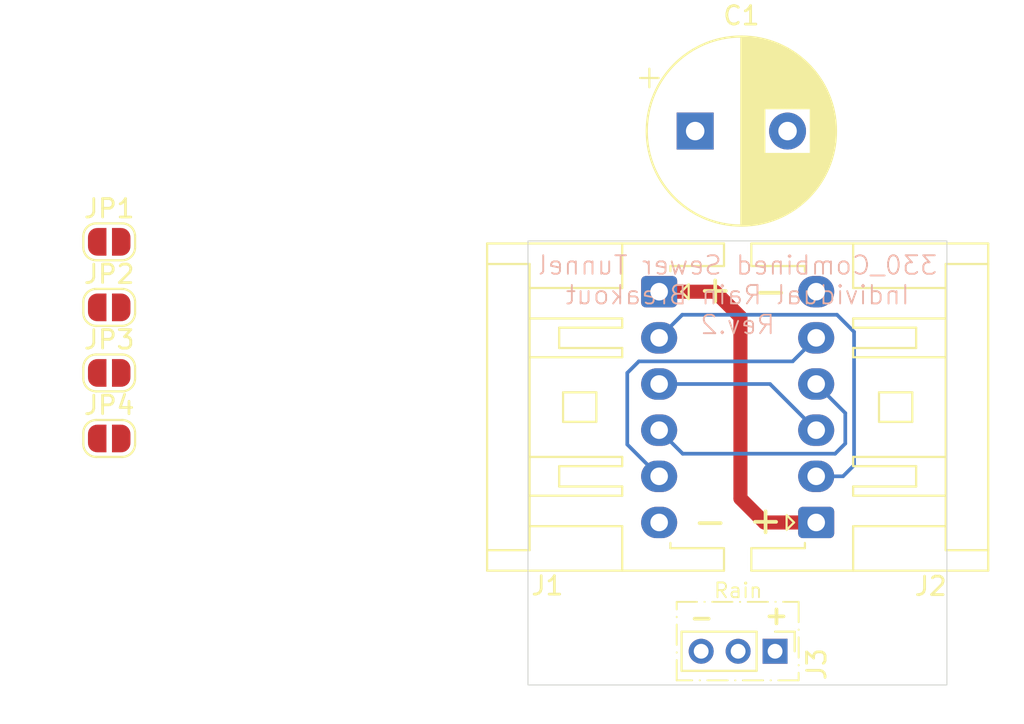
<source format=kicad_pcb>
(kicad_pcb (version 20240108) (generator "pcbnew") (generator_version "8.0")
  (layers (0 "F.Cu" signal) (31 "B.Cu" signal) (34 "B.Paste" user) (35 "F.Paste" user) (36 "B.SilkS" user "B.Silkscreen") (37 "F.SilkS" user "F.Silkscreen") (38 "B.Mask" user) (39 "F.Mask" user) (44 "Edge.Cuts" user))
  (net 0 "")
  (net 1 "+5V")
  (net 2 "Net-(J1-Pin_5)")
  (net 3 "GND")
  (net 4 "Net-(J1-Pin_3)")
  (net 5 "Net-(J1-Pin_2)")
  (net 6 "Net-(J1-Pin_4)")
  (net 7 "Net-(J3-Pin_2)")
  (footprint "Connector_JST:JST_XA_S06B-XASK-1N-BN_1x06_P2.50mm_Horizontal" (layer "F.Cu") (at 138.6 86.675 90)
    (property "Reference" "J2" (at -3.45 6.2 180) (layer "F.SilkS"))
    (property "Value" "Conn_01x06_Socket")
    (fp_line (start 15.11 -3.51) (end 13.89 -3.51) (stroke (width 0.12)) (layer "F.SilkS"))
    (fp_line (start 13.89 -3.51) (end 13.89 -0.61) (stroke (width 0.12)) (layer "F.SilkS"))
    (fp_line (start -1.39 -3.51) (end -2.61 -3.51) (stroke (width 0.12)) (layer "F.SilkS"))
    (fp_line (start -2.61 -3.51) (end -2.61 9.31) (stroke (width 0.12)) (layer "F.SilkS"))
    (fp_line (start 0.4 -1.6) (end 0 -1.2) (stroke (width 0.12)) (layer "F.SilkS"))
    (fp_line (start -0.4 -1.6) (end 0.4 -1.6) (stroke (width 0.12)) (layer "F.SilkS"))
    (fp_line (start 0 -1.2) (end -0.4 -1.6) (stroke (width 0.12)) (layer "F.SilkS"))
    (fp_line (start 13.89 -0.61) (end 13.61 -0.61) (stroke (width 0.12)) (layer "F.SilkS"))
    (fp_line (start -1.11 -0.61) (end -1.39 -0.61) (stroke (width 0.12)) (layer "F.SilkS"))
    (fp_line (start -1.39 -0.61) (end -1.39 -3.51) (stroke (width 0.12)) (layer "F.SilkS"))
    (fp_line (start 12.7 2) (end 15.11 2) (stroke (width 0.12)) (layer "F.SilkS"))
    (fp_line (start 11.05 2) (end 11.05 7.01) (stroke (width 0.12)) (layer "F.SilkS"))
    (fp_line (start 10.55 2) (end 11.05 2) (stroke (width 0.12)) (layer "F.SilkS"))
    (fp_line (start 9.45 2) (end 9.45 5.41) (stroke (width 0.12)) (layer "F.SilkS"))
    (fp_line (start 8.95 2) (end 9.45 2) (stroke (width 0.12)) (layer "F.SilkS"))
    (fp_line (start 3.55 2) (end 3.05 2) (stroke (width 0.12)) (layer "F.SilkS"))
    (fp_line (start 3.05 2) (end 3.05 5.41) (stroke (width 0.12)) (layer "F.SilkS"))
    (fp_line (start 1.95 2) (end 1.45 2) (stroke (width 0.12)) (layer "F.SilkS"))
    (fp_line (start 1.45 2) (end 1.45 7.01) (stroke (width 0.12)) (layer "F.SilkS"))
    (fp_line (start -0.2 2) (end -2.61 2) (stroke (width 0.12)) (layer "F.SilkS"))
    (fp_line (start 7.05 3.4) (end 7.05 5.2) (stroke (width 0.12)) (layer "F.SilkS"))
    (fp_line (start 5.45 3.4) (end 7.05 3.4) (stroke (width 0.12)) (layer "F.SilkS"))
    (fp_line (start 7.05 5.2) (end 5.45 5.2) (stroke (width 0.12)) (layer "F.SilkS"))
    (fp_line (start 5.45 5.2) (end 5.45 3.4) (stroke (width 0.12)) (layer "F.SilkS"))
    (fp_line (start 10.55 5.41) (end 10.55 2) (stroke (width 0.12)) (layer "F.SilkS"))
    (fp_line (start 9.45 5.41) (end 10.55 5.41) (stroke (width 0.12)) (layer "F.SilkS"))
    (fp_line (start 3.05 5.41) (end 1.95 5.41) (stroke (width 0.12)) (layer "F.SilkS"))
    (fp_line (start 1.95 5.41) (end 1.95 2) (stroke (width 0.12)) (layer "F.SilkS"))
    (fp_line (start 14 7.01) (end 14 9.31) (stroke (width 0.12)) (layer "F.SilkS"))
    (fp_line (start 12.7 7.01) (end 12.7 2) (stroke (width 0.12)) (layer "F.SilkS"))
    (fp_line (start 8.95 7.01) (end 8.95 2) (stroke (width 0.12)) (layer "F.SilkS"))
    (fp_line (start 3.55 7.01) (end 3.55 2) (stroke (width 0.12)) (layer "F.SilkS"))
    (fp_line (start -0.2 7.01) (end -0.2 2) (stroke (width 0.12)) (layer "F.SilkS"))
    (fp_line (start -1.5 7.01) (end 14 7.01) (stroke (width 0.12)) (layer "F.SilkS"))
    (fp_line (start 15.11 9.31) (end 15.11 -3.51) (stroke (width 0.12)) (layer "F.SilkS"))
    (fp_line (start -1.5 9.31) (end -1.5 7.01) (stroke (width 0.12)) (layer "F.SilkS"))
    (fp_line (start -2.61 9.31) (end 15.11 9.31) (stroke (width 0.12)) (layer "F.SilkS"))
    (pad "1" thru_hole roundrect (at 0 0 90) (size 1.7 1.95) (drill 0.95) (layers "*.Cu" "*.Mask") (roundrect_rratio 0.147059) (net 1 "+5V"))
    (pad "2" thru_hole oval (at 2.5 0 90) (size 1.7 1.95) (drill 0.95) (layers "*.Cu" "*.Mask") (net 5 "Net-(J1-Pin_2)"))
    (pad "3" thru_hole oval (at 5 0 90) (size 1.7 1.95) (drill 0.95) (layers "*.Cu" "*.Mask") (net 4 "Net-(J1-Pin_3)"))
    (pad "4" thru_hole oval (at 7.5 0 90) (size 1.7 1.95) (drill 0.95) (layers "*.Cu" "*.Mask") (net 6 "Net-(J1-Pin_4)"))
    (pad "5" thru_hole oval (at 10 0 90) (size 1.7 1.95) (drill 0.95) (layers "*.Cu" "*.Mask") (net 2 "Net-(J1-Pin_5)"))
    (pad "6" thru_hole oval (at 12.5 0 90) (size 1.7 1.95) (drill 0.95) (layers "*.Cu" "*.Mask") (net 3 "GND"))
  )
  (footprint "Jumper:SolderJumper-2_P1.3mm_Open_RoundedPad1.0x1.5mm" (layer "F.Cu") (at 100.335354 71.475)
    (property "Reference" "JP1" (at 0 -1.8 0) (layer "F.SilkS"))
    (property "Value" "Jumper_2_Open")
    (fp_line (start -1.4 0.3) (end -1.4 -0.3) (stroke (width 0.12)) (layer "F.SilkS"))
    (fp_line (start -0.7 -1) (end 0.7 -1) (stroke (width 0.12)) (layer "F.SilkS"))
    (fp_line (start 0.7 1) (end -0.7 1) (stroke (width 0.12)) (layer "F.SilkS"))
    (fp_line (start 1.4 -0.3) (end 1.4 0.3) (stroke (width 0.12)) (layer "F.SilkS"))
    (fp_arc (start -1.4 -0.3) (mid -1.194975 -0.794975) (end -0.7 -1) (stroke (width 0.12)) (layer "F.SilkS"))
    (fp_arc (start -0.7 1) (mid -1.194975 0.794975) (end -1.4 0.3) (stroke (width 0.12)) (layer "F.SilkS"))
    (fp_arc (start 0.7 -1) (mid 1.194975 -0.794975) (end 1.4 -0.3) (stroke (width 0.12)) (layer "F.SilkS"))
    (fp_arc (start 1.4 0.3) (mid 1.194975 0.794975) (end 0.7 1) (stroke (width 0.12)) (layer "F.SilkS"))
    (pad "1" smd custom (at -0.65 0) (size 1 0.5) (layers "F.Cu" "F.Mask") (net 7 "Net-(J3-Pin_2)") (options (clearance outline) (anchor rect)) (primitives (gr_circle (center 0 0.25) (end 0.5 0.25) (width 0) (fill yes)) (gr_circle (center 0 -0.25) (end 0.5 -0.25) (width 0) (fill yes)) (gr_poly (pts (xy 0.5 0.75) (xy 0 0.75) (xy 0 -0.75) (xy 0.5 -0.75)) (width 0) (fill yes))))
    (pad "2" smd custom (at 0.65 0) (size 1 0.5) (layers "F.Cu" "F.Mask") (net 5 "Net-(J1-Pin_2)") (options (clearance outline) (anchor rect)) (primitives (gr_circle (center 0 0.25) (end 0.5 0.25) (width 0) (fill yes)) (gr_circle (center 0 -0.25) (end 0.5 -0.25) (width 0) (fill yes)) (gr_poly (pts (xy 0 0.75) (xy -0.5 0.75) (xy -0.5 -0.75) (xy 0 -0.75)) (width 0) (fill yes))))
  )
  (footprint "Jumper:SolderJumper-2_P1.3mm_Open_RoundedPad1.0x1.5mm" (layer "F.Cu") (at 100.335354 78.575)
    (property "Reference" "JP3" (at 0 -1.8 0) (layer "F.SilkS"))
    (property "Value" "Jumper_2_Open")
    (fp_line (start -1.4 0.3) (end -1.4 -0.3) (stroke (width 0.12)) (layer "F.SilkS"))
    (fp_line (start -0.7 -1) (end 0.7 -1) (stroke (width 0.12)) (layer "F.SilkS"))
    (fp_line (start 0.7 1) (end -0.7 1) (stroke (width 0.12)) (layer "F.SilkS"))
    (fp_line (start 1.4 -0.3) (end 1.4 0.3) (stroke (width 0.12)) (layer "F.SilkS"))
    (fp_arc (start -1.4 -0.3) (mid -1.194975 -0.794975) (end -0.7 -1) (stroke (width 0.12)) (layer "F.SilkS"))
    (fp_arc (start -0.7 1) (mid -1.194975 0.794975) (end -1.4 0.3) (stroke (width 0.12)) (layer "F.SilkS"))
    (fp_arc (start 0.7 -1) (mid 1.194975 -0.794975) (end 1.4 -0.3) (stroke (width 0.12)) (layer "F.SilkS"))
    (fp_arc (start 1.4 0.3) (mid 1.194975 0.794975) (end 0.7 1) (stroke (width 0.12)) (layer "F.SilkS"))
    (pad "1" smd custom (at -0.65 0) (size 1 0.5) (layers "F.Cu" "F.Mask") (net 7 "Net-(J3-Pin_2)") (options (clearance outline) (anchor rect)) (primitives (gr_circle (center 0 0.25) (end 0.5 0.25) (width 0) (fill yes)) (gr_circle (center 0 -0.25) (end 0.5 -0.25) (width 0) (fill yes)) (gr_poly (pts (xy 0.5 0.75) (xy 0 0.75) (xy 0 -0.75) (xy 0.5 -0.75)) (width 0) (fill yes))))
    (pad "2" smd custom (at 0.65 0) (size 1 0.5) (layers "F.Cu" "F.Mask") (net 6 "Net-(J1-Pin_4)") (options (clearance outline) (anchor rect)) (primitives (gr_circle (center 0 0.25) (end 0.5 0.25) (width 0) (fill yes)) (gr_circle (center 0 -0.25) (end 0.5 -0.25) (width 0) (fill yes)) (gr_poly (pts (xy 0 0.75) (xy -0.5 0.75) (xy -0.5 -0.75) (xy 0 -0.75)) (width 0) (fill yes))))
  )
  (footprint "Connector_JST:JST_XA_S06B-XASK-1N-BN_1x06_P2.50mm_Horizontal" (layer "F.Cu") (at 130.1 74.175 -90)
    (property "Reference" "J1" (at 15.925 6.05 0) (layer "F.SilkS"))
    (property "Value" "Conn_01x06_Socket")
    (fp_line (start -2.61 9.31) (end 15.11 9.31) (stroke (width 0.12)) (layer "F.SilkS"))
    (fp_line (start -1.5 9.31) (end -1.5 7.01) (stroke (width 0.12)) (layer "F.SilkS"))
    (fp_line (start 15.11 9.31) (end 15.11 -3.51) (stroke (width 0.12)) (layer "F.SilkS"))
    (fp_line (start -1.5 7.01) (end 14 7.01) (stroke (width 0.12)) (layer "F.SilkS"))
    (fp_line (start -0.2 7.01) (end -0.2 2) (stroke (width 0.12)) (layer "F.SilkS"))
    (fp_line (start 3.55 7.01) (end 3.55 2) (stroke (width 0.12)) (layer "F.SilkS"))
    (fp_line (start 8.95 7.01) (end 8.95 2) (stroke (width 0.12)) (layer "F.SilkS"))
    (fp_line (start 12.7 7.01) (end 12.7 2) (stroke (width 0.12)) (layer "F.SilkS"))
    (fp_line (start 14 7.01) (end 14 9.31) (stroke (width 0.12)) (layer "F.SilkS"))
    (fp_line (start 1.95 5.41) (end 1.95 2) (stroke (width 0.12)) (layer "F.SilkS"))
    (fp_line (start 3.05 5.41) (end 1.95 5.41) (stroke (width 0.12)) (layer "F.SilkS"))
    (fp_line (start 9.45 5.41) (end 10.55 5.41) (stroke (width 0.12)) (layer "F.SilkS"))
    (fp_line (start 10.55 5.41) (end 10.55 2) (stroke (width 0.12)) (layer "F.SilkS"))
    (fp_line (start 5.45 5.2) (end 5.45 3.4) (stroke (width 0.12)) (layer "F.SilkS"))
    (fp_line (start 7.05 5.2) (end 5.45 5.2) (stroke (width 0.12)) (layer "F.SilkS"))
    (fp_line (start 5.45 3.4) (end 7.05 3.4) (stroke (width 0.12)) (layer "F.SilkS"))
    (fp_line (start 7.05 3.4) (end 7.05 5.2) (stroke (width 0.12)) (layer "F.SilkS"))
    (fp_line (start -0.2 2) (end -2.61 2) (stroke (width 0.12)) (layer "F.SilkS"))
    (fp_line (start 1.45 2) (end 1.45 7.01) (stroke (width 0.12)) (layer "F.SilkS"))
    (fp_line (start 1.95 2) (end 1.45 2) (stroke (width 0.12)) (layer "F.SilkS"))
    (fp_line (start 3.05 2) (end 3.05 5.41) (stroke (width 0.12)) (layer "F.SilkS"))
    (fp_line (start 3.55 2) (end 3.05 2) (stroke (width 0.12)) (layer "F.SilkS"))
    (fp_line (start 8.95 2) (end 9.45 2) (stroke (width 0.12)) (layer "F.SilkS"))
    (fp_line (start 9.45 2) (end 9.45 5.41) (stroke (width 0.12)) (layer "F.SilkS"))
    (fp_line (start 10.55 2) (end 11.05 2) (stroke (width 0.12)) (layer "F.SilkS"))
    (fp_line (start 11.05 2) (end 11.05 7.01) (stroke (width 0.12)) (layer "F.SilkS"))
    (fp_line (start 12.7 2) (end 15.11 2) (stroke (width 0.12)) (layer "F.SilkS"))
    (fp_line (start -1.39 -0.61) (end -1.39 -3.51) (stroke (width 0.12)) (layer "F.SilkS"))
    (fp_line (start -1.11 -0.61) (end -1.39 -0.61) (stroke (width 0.12)) (layer "F.SilkS"))
    (fp_line (start 13.89 -0.61) (end 13.61 -0.61) (stroke (width 0.12)) (layer "F.SilkS"))
    (fp_line (start 0 -1.2) (end -0.4 -1.6) (stroke (width 0.12)) (layer "F.SilkS"))
    (fp_line (start -0.4 -1.6) (end 0.4 -1.6) (stroke (width 0.12)) (layer "F.SilkS"))
    (fp_line (start 0.4 -1.6) (end 0 -1.2) (stroke (width 0.12)) (layer "F.SilkS"))
    (fp_line (start -2.61 -3.51) (end -2.61 9.31) (stroke (width 0.12)) (layer "F.SilkS"))
    (fp_line (start -1.39 -3.51) (end -2.61 -3.51) (stroke (width 0.12)) (layer "F.SilkS"))
    (fp_line (start 13.89 -3.51) (end 13.89 -0.61) (stroke (width 0.12)) (layer "F.SilkS"))
    (fp_line (start 15.11 -3.51) (end 13.89 -3.51) (stroke (width 0.12)) (layer "F.SilkS"))
    (pad "1" thru_hole roundrect (at 0 0 270) (size 1.7 1.95) (drill 0.95) (layers "*.Cu" "*.Mask") (roundrect_rratio 0.147059) (net 1 "+5V"))
    (pad "2" thru_hole oval (at 2.5 0 270) (size 1.7 1.95) (drill 0.95) (layers "*.Cu" "*.Mask") (net 5 "Net-(J1-Pin_2)"))
    (pad "3" thru_hole oval (at 5 0 270) (size 1.7 1.95) (drill 0.95) (layers "*.Cu" "*.Mask") (net 4 "Net-(J1-Pin_3)"))
    (pad "4" thru_hole oval (at 7.5 0 270) (size 1.7 1.95) (drill 0.95) (layers "*.Cu" "*.Mask") (net 6 "Net-(J1-Pin_4)"))
    (pad "5" thru_hole oval (at 10 0 270) (size 1.7 1.95) (drill 0.95) (layers "*.Cu" "*.Mask") (net 2 "Net-(J1-Pin_5)"))
    (pad "6" thru_hole oval (at 12.5 0 270) (size 1.7 1.95) (drill 0.95) (layers "*.Cu" "*.Mask") (net 3 "GND"))
  )
  (footprint "Jumper:SolderJumper-2_P1.3mm_Open_RoundedPad1.0x1.5mm" (layer "F.Cu") (at 100.335354 82.125)
    (property "Reference" "JP4" (at 0 -1.8 0) (layer "F.SilkS"))
    (property "Value" "Jumper_2_Open")
    (fp_line (start -1.4 0.3) (end -1.4 -0.3) (stroke (width 0.12)) (layer "F.SilkS"))
    (fp_line (start -0.7 -1) (end 0.7 -1) (stroke (width 0.12)) (layer "F.SilkS"))
    (fp_line (start 0.7 1) (end -0.7 1) (stroke (width 0.12)) (layer "F.SilkS"))
    (fp_line (start 1.4 -0.3) (end 1.4 0.3) (stroke (width 0.12)) (layer "F.SilkS"))
    (fp_arc (start -1.4 -0.3) (mid -1.194975 -0.794975) (end -0.7 -1) (stroke (width 0.12)) (layer "F.SilkS"))
    (fp_arc (start -0.7 1) (mid -1.194975 0.794975) (end -1.4 0.3) (stroke (width 0.12)) (layer "F.SilkS"))
    (fp_arc (start 0.7 -1) (mid 1.194975 -0.794975) (end 1.4 -0.3) (stroke (width 0.12)) (layer "F.SilkS"))
    (fp_arc (start 1.4 0.3) (mid 1.194975 0.794975) (end 0.7 1) (stroke (width 0.12)) (layer "F.SilkS"))
    (pad "1" smd custom (at -0.65 0) (size 1 0.5) (layers "F.Cu" "F.Mask") (net 7 "Net-(J3-Pin_2)") (options (clearance outline) (anchor rect)) (primitives (gr_circle (center 0 0.25) (end 0.5 0.25) (width 0) (fill yes)) (gr_circle (center 0 -0.25) (end 0.5 -0.25) (width 0) (fill yes)) (gr_poly (pts (xy 0.5 0.75) (xy 0 0.75) (xy 0 -0.75) (xy 0.5 -0.75)) (width 0) (fill yes))))
    (pad "2" smd custom (at 0.65 0) (size 1 0.5) (layers "F.Cu" "F.Mask") (net 2 "Net-(J1-Pin_5)") (options (clearance outline) (anchor rect)) (primitives (gr_circle (center 0 0.25) (end 0.5 0.25) (width 0) (fill yes)) (gr_circle (center 0 -0.25) (end 0.5 -0.25) (width 0) (fill yes)) (gr_poly (pts (xy 0 0.75) (xy -0.5 0.75) (xy -0.5 -0.75) (xy 0 -0.75)) (width 0) (fill yes))))
  )
  (footprint "Connector_PinHeader_2.00mm:PinHeader_1x03_P2.00mm_Vertical" (layer "F.Cu") (at 136.375 93.65 -90)
    (property "Reference" "J3" (at 0.7 -2.25 90) (layer "F.SilkS"))
    (property "Value" "Conn_01x03_Socket")
    (fp_line (start -1.06 5.06) (end 1.06 5.06) (stroke (width 0.12)) (layer "F.SilkS"))
    (fp_line (start -1.06 1) (end -1.06 5.06) (stroke (width 0.12)) (layer "F.SilkS"))
    (fp_line (start -1.06 1) (end 1.06 1) (stroke (width 0.12)) (layer "F.SilkS"))
    (fp_line (start 1.06 1) (end 1.06 5.06) (stroke (width 0.12)) (layer "F.SilkS"))
    (fp_line (start -1.06 0) (end -1.06 -1.06) (stroke (width 0.12)) (layer "F.SilkS"))
    (fp_line (start -1.06 -1.06) (end 0 -1.06) (stroke (width 0.12)) (layer "F.SilkS"))
    (pad "1" thru_hole rect (at 0 0 270) (size 1.35 1.35) (drill 0.8) (layers "*.Cu" "*.Mask") (net 1 "+5V"))
    (pad "2" thru_hole oval (at 0 2 270) (size 1.35 1.35) (drill 0.8) (layers "*.Cu" "*.Mask") (net 7 "Net-(J3-Pin_2)"))
    (pad "3" thru_hole oval (at 0 4 270) (size 1.35 1.35) (drill 0.8) (layers "*.Cu" "*.Mask") (net 3 "GND"))
  )
  (footprint "Capacitor_THT:CP_Radial_D10.0mm_P5.00mm" (layer "F.Cu") (at 132.05 65.475)
    (property "Reference" "C1" (at 2.5 -6.25 0) (layer "F.SilkS"))
    (property "Value" "C_Polarized")
    (fp_line (start -2.979646 -2.875) (end -1.979646 -2.875) (stroke (width 0.12)) (layer "F.SilkS"))
    (fp_line (start -2.479646 -3.375) (end -2.479646 -2.375) (stroke (width 0.12)) (layer "F.SilkS"))
    (fp_line (start 2.5 -5.08) (end 2.5 5.08) (stroke (width 0.12)) (layer "F.SilkS"))
    (fp_line (start 2.54 -5.08) (end 2.54 5.08) (stroke (width 0.12)) (layer "F.SilkS"))
    (fp_line (start 2.58 -5.08) (end 2.58 5.08) (stroke (width 0.12)) (layer "F.SilkS"))
    (fp_line (start 2.62 -5.079) (end 2.62 5.079) (stroke (width 0.12)) (layer "F.SilkS"))
    (fp_line (start 2.66 -5.078) (end 2.66 5.078) (stroke (width 0.12)) (layer "F.SilkS"))
    (fp_line (start 2.7 -5.077) (end 2.7 5.077) (stroke (width 0.12)) (layer "F.SilkS"))
    (fp_line (start 2.74 -5.075) (end 2.74 5.075) (stroke (width 0.12)) (layer "F.SilkS"))
    (fp_line (start 2.78 -5.073) (end 2.78 5.073) (stroke (width 0.12)) (layer "F.SilkS"))
    (fp_line (start 2.82 -5.07) (end 2.82 5.07) (stroke (width 0.12)) (layer "F.SilkS"))
    (fp_line (start 2.86 -5.068) (end 2.86 5.068) (stroke (width 0.12)) (layer "F.SilkS"))
    (fp_line (start 2.9 -5.065) (end 2.9 5.065) (stroke (width 0.12)) (layer "F.SilkS"))
    (fp_line (start 2.94 -5.062) (end 2.94 5.062) (stroke (width 0.12)) (layer "F.SilkS"))
    (fp_line (start 2.98 -5.058) (end 2.98 5.058) (stroke (width 0.12)) (layer "F.SilkS"))
    (fp_line (start 3.02 -5.054) (end 3.02 5.054) (stroke (width 0.12)) (layer "F.SilkS"))
    (fp_line (start 3.06 -5.05) (end 3.06 5.05) (stroke (width 0.12)) (layer "F.SilkS"))
    (fp_line (start 3.1 -5.045) (end 3.1 5.045) (stroke (width 0.12)) (layer "F.SilkS"))
    (fp_line (start 3.14 -5.04) (end 3.14 5.04) (stroke (width 0.12)) (layer "F.SilkS"))
    (fp_line (start 3.18 -5.035) (end 3.18 5.035) (stroke (width 0.12)) (layer "F.SilkS"))
    (fp_line (start 3.221 -5.03) (end 3.221 5.03) (stroke (width 0.12)) (layer "F.SilkS"))
    (fp_line (start 3.261 -5.024) (end 3.261 5.024) (stroke (width 0.12)) (layer "F.SilkS"))
    (fp_line (start 3.301 -5.018) (end 3.301 5.018) (stroke (width 0.12)) (layer "F.SilkS"))
    (fp_line (start 3.341 -5.011) (end 3.341 5.011) (stroke (width 0.12)) (layer "F.SilkS"))
    (fp_line (start 3.381 -5.004) (end 3.381 5.004) (stroke (width 0.12)) (layer "F.SilkS"))
    (fp_line (start 3.421 -4.997) (end 3.421 4.997) (stroke (width 0.12)) (layer "F.SilkS"))
    (fp_line (start 3.461 -4.99) (end 3.461 4.99) (stroke (width 0.12)) (layer "F.SilkS"))
    (fp_line (start 3.501 -4.982) (end 3.501 4.982) (stroke (width 0.12)) (layer "F.SilkS"))
    (fp_line (start 3.541 -4.974) (end 3.541 4.974) (stroke (width 0.12)) (layer "F.SilkS"))
    (fp_line (start 3.581 -4.965) (end 3.581 4.965) (stroke (width 0.12)) (layer "F.SilkS"))
    (fp_line (start 3.621 -4.956) (end 3.621 4.956) (stroke (width 0.12)) (layer "F.SilkS"))
    (fp_line (start 3.661 -4.947) (end 3.661 4.947) (stroke (width 0.12)) (layer "F.SilkS"))
    (fp_line (start 3.701 -4.938) (end 3.701 4.938) (stroke (width 0.12)) (layer "F.SilkS"))
    (fp_line (start 3.741 -4.928) (end 3.741 4.928) (stroke (width 0.12)) (layer "F.SilkS"))
    (fp_line (start 3.781 -4.918) (end 3.781 -1.241) (stroke (width 0.12)) (layer "F.SilkS"))
    (fp_line (start 3.781 1.241) (end 3.781 4.918) (stroke (width 0.12)) (layer "F.SilkS"))
    (fp_line (start 3.821 -4.907) (end 3.821 -1.241) (stroke (width 0.12)) (layer "F.SilkS"))
    (fp_line (start 3.821 1.241) (end 3.821 4.907) (stroke (width 0.12)) (layer "F.SilkS"))
    (fp_line (start 3.861 -4.897) (end 3.861 -1.241) (stroke (width 0.12)) (layer "F.SilkS"))
    (fp_line (start 3.861 1.241) (end 3.861 4.897) (stroke (width 0.12)) (layer "F.SilkS"))
    (fp_line (start 3.901 -4.885) (end 3.901 -1.241) (stroke (width 0.12)) (layer "F.SilkS"))
    (fp_line (start 3.901 1.241) (end 3.901 4.885) (stroke (width 0.12)) (layer "F.SilkS"))
    (fp_line (start 3.941 -4.874) (end 3.941 -1.241) (stroke (width 0.12)) (layer "F.SilkS"))
    (fp_line (start 3.941 1.241) (end 3.941 4.874) (stroke (width 0.12)) (layer "F.SilkS"))
    (fp_line (start 3.981 -4.862) (end 3.981 -1.241) (stroke (width 0.12)) (layer "F.SilkS"))
    (fp_line (start 3.981 1.241) (end 3.981 4.862) (stroke (width 0.12)) (layer "F.SilkS"))
    (fp_line (start 4.021 -4.85) (end 4.021 -1.241) (stroke (width 0.12)) (layer "F.SilkS"))
    (fp_line (start 4.021 1.241) (end 4.021 4.85) (stroke (width 0.12)) (layer "F.SilkS"))
    (fp_line (start 4.061 -4.837) (end 4.061 -1.241) (stroke (width 0.12)) (layer "F.SilkS"))
    (fp_line (start 4.061 1.241) (end 4.061 4.837) (stroke (width 0.12)) (layer "F.SilkS"))
    (fp_line (start 4.101 -4.824) (end 4.101 -1.241) (stroke (width 0.12)) (layer "F.SilkS"))
    (fp_line (start 4.101 1.241) (end 4.101 4.824) (stroke (width 0.12)) (layer "F.SilkS"))
    (fp_line (start 4.141 -4.811) (end 4.141 -1.241) (stroke (width 0.12)) (layer "F.SilkS"))
    (fp_line (start 4.141 1.241) (end 4.141 4.811) (stroke (width 0.12)) (layer "F.SilkS"))
    (fp_line (start 4.181 -4.797) (end 4.181 -1.241) (stroke (width 0.12)) (layer "F.SilkS"))
    (fp_line (start 4.181 1.241) (end 4.181 4.797) (stroke (width 0.12)) (layer "F.SilkS"))
    (fp_line (start 4.221 -4.783) (end 4.221 -1.241) (stroke (width 0.12)) (layer "F.SilkS"))
    (fp_line (start 4.221 1.241) (end 4.221 4.783) (stroke (width 0.12)) (layer "F.SilkS"))
    (fp_line (start 4.261 -4.768) (end 4.261 -1.241) (stroke (width 0.12)) (layer "F.SilkS"))
    (fp_line (start 4.261 1.241) (end 4.261 4.768) (stroke (width 0.12)) (layer "F.SilkS"))
    (fp_line (start 4.301 -4.754) (end 4.301 -1.241) (stroke (width 0.12)) (layer "F.SilkS"))
    (fp_line (start 4.301 1.241) (end 4.301 4.754) (stroke (width 0.12)) (layer "F.SilkS"))
    (fp_line (start 4.341 -4.738) (end 4.341 -1.241) (stroke (width 0.12)) (layer "F.SilkS"))
    (fp_line (start 4.341 1.241) (end 4.341 4.738) (stroke (width 0.12)) (layer "F.SilkS"))
    (fp_line (start 4.381 -4.723) (end 4.381 -1.241) (stroke (width 0.12)) (layer "F.SilkS"))
    (fp_line (start 4.381 1.241) (end 4.381 4.723) (stroke (width 0.12)) (layer "F.SilkS"))
    (fp_line (start 4.421 -4.707) (end 4.421 -1.241) (stroke (width 0.12)) (layer "F.SilkS"))
    (fp_line (start 4.421 1.241) (end 4.421 4.707) (stroke (width 0.12)) (layer "F.SilkS"))
    (fp_line (start 4.461 -4.69) (end 4.461 -1.241) (stroke (width 0.12)) (layer "F.SilkS"))
    (fp_line (start 4.461 1.241) (end 4.461 4.69) (stroke (width 0.12)) (layer "F.SilkS"))
    (fp_line (start 4.501 -4.674) (end 4.501 -1.241) (stroke (width 0.12)) (layer "F.SilkS"))
    (fp_line (start 4.501 1.241) (end 4.501 4.674) (stroke (width 0.12)) (layer "F.SilkS"))
    (fp_line (start 4.541 -4.657) (end 4.541 -1.241) (stroke (width 0.12)) (layer "F.SilkS"))
    (fp_line (start 4.541 1.241) (end 4.541 4.657) (stroke (width 0.12)) (layer "F.SilkS"))
    (fp_line (start 4.581 -4.639) (end 4.581 -1.241) (stroke (width 0.12)) (layer "F.SilkS"))
    (fp_line (start 4.581 1.241) (end 4.581 4.639) (stroke (width 0.12)) (layer "F.SilkS"))
    (fp_line (start 4.621 -4.621) (end 4.621 -1.241) (stroke (width 0.12)) (layer "F.SilkS"))
    (fp_line (start 4.621 1.241) (end 4.621 4.621) (stroke (width 0.12)) (layer "F.SilkS"))
    (fp_line (start 4.661 -4.603) (end 4.661 -1.241) (stroke (width 0.12)) (layer "F.SilkS"))
    (fp_line (start 4.661 1.241) (end 4.661 4.603) (stroke (width 0.12)) (layer "F.SilkS"))
    (fp_line (start 4.701 -4.584) (end 4.701 -1.241) (stroke (width 0.12)) (layer "F.SilkS"))
    (fp_line (start 4.701 1.241) (end 4.701 4.584) (stroke (width 0.12)) (layer "F.SilkS"))
    (fp_line (start 4.741 -4.564) (end 4.741 -1.241) (stroke (width 0.12)) (layer "F.SilkS"))
    (fp_line (start 4.741 1.241) (end 4.741 4.564) (stroke (width 0.12)) (layer "F.SilkS"))
    (fp_line (start 4.781 -4.545) (end 4.781 -1.241) (stroke (width 0.12)) (layer "F.SilkS"))
    (fp_line (start 4.781 1.241) (end 4.781 4.545) (stroke (width 0.12)) (layer "F.SilkS"))
    (fp_line (start 4.821 -4.525) (end 4.821 -1.241) (stroke (width 0.12)) (layer "F.SilkS"))
    (fp_line (start 4.821 1.241) (end 4.821 4.525) (stroke (width 0.12)) (layer "F.SilkS"))
    (fp_line (start 4.861 -4.504) (end 4.861 -1.241) (stroke (width 0.12)) (layer "F.SilkS"))
    (fp_line (start 4.861 1.241) (end 4.861 4.504) (stroke (width 0.12)) (layer "F.SilkS"))
    (fp_line (start 4.901 -4.483) (end 4.901 -1.241) (stroke (width 0.12)) (layer "F.SilkS"))
    (fp_line (start 4.901 1.241) (end 4.901 4.483) (stroke (width 0.12)) (layer "F.SilkS"))
    (fp_line (start 4.941 -4.462) (end 4.941 -1.241) (stroke (width 0.12)) (layer "F.SilkS"))
    (fp_line (start 4.941 1.241) (end 4.941 4.462) (stroke (width 0.12)) (layer "F.SilkS"))
    (fp_line (start 4.981 -4.44) (end 4.981 -1.241) (stroke (width 0.12)) (layer "F.SilkS"))
    (fp_line (start 4.981 1.241) (end 4.981 4.44) (stroke (width 0.12)) (layer "F.SilkS"))
    (fp_line (start 5.021 -4.417) (end 5.021 -1.241) (stroke (width 0.12)) (layer "F.SilkS"))
    (fp_line (start 5.021 1.241) (end 5.021 4.417) (stroke (width 0.12)) (layer "F.SilkS"))
    (fp_line (start 5.061 -4.395) (end 5.061 -1.241) (stroke (width 0.12)) (layer "F.SilkS"))
    (fp_line (start 5.061 1.241) (end 5.061 4.395) (stroke (width 0.12)) (layer "F.SilkS"))
    (fp_line (start 5.101 -4.371) (end 5.101 -1.241) (stroke (width 0.12)) (layer "F.SilkS"))
    (fp_line (start 5.101 1.241) (end 5.101 4.371) (stroke (width 0.12)) (layer "F.SilkS"))
    (fp_line (start 5.141 -4.347) (end 5.141 -1.241) (stroke (width 0.12)) (layer "F.SilkS"))
    (fp_line (start 5.141 1.241) (end 5.141 4.347) (stroke (width 0.12)) (layer "F.SilkS"))
    (fp_line (start 5.181 -4.323) (end 5.181 -1.241) (stroke (width 0.12)) (layer "F.SilkS"))
    (fp_line (start 5.181 1.241) (end 5.181 4.323) (stroke (width 0.12)) (layer "F.SilkS"))
    (fp_line (start 5.221 -4.298) (end 5.221 -1.241) (stroke (width 0.12)) (layer "F.SilkS"))
    (fp_line (start 5.221 1.241) (end 5.221 4.298) (stroke (width 0.12)) (layer "F.SilkS"))
    (fp_line (start 5.261 -4.273) (end 5.261 -1.241) (stroke (width 0.12)) (layer "F.SilkS"))
    (fp_line (start 5.261 1.241) (end 5.261 4.273) (stroke (width 0.12)) (layer "F.SilkS"))
    (fp_line (start 5.301 -4.247) (end 5.301 -1.241) (stroke (width 0.12)) (layer "F.SilkS"))
    (fp_line (start 5.301 1.241) (end 5.301 4.247) (stroke (width 0.12)) (layer "F.SilkS"))
    (fp_line (start 5.341 -4.221) (end 5.341 -1.241) (stroke (width 0.12)) (layer "F.SilkS"))
    (fp_line (start 5.341 1.241) (end 5.341 4.221) (stroke (width 0.12)) (layer "F.SilkS"))
    (fp_line (start 5.381 -4.194) (end 5.381 -1.241) (stroke (width 0.12)) (layer "F.SilkS"))
    (fp_line (start 5.381 1.241) (end 5.381 4.194) (stroke (width 0.12)) (layer "F.SilkS"))
    (fp_line (start 5.421 -4.166) (end 5.421 -1.241) (stroke (width 0.12)) (layer "F.SilkS"))
    (fp_line (start 5.421 1.241) (end 5.421 4.166) (stroke (width 0.12)) (layer "F.SilkS"))
    (fp_line (start 5.461 -4.138) (end 5.461 -1.241) (stroke (width 0.12)) (layer "F.SilkS"))
    (fp_line (start 5.461 1.241) (end 5.461 4.138) (stroke (width 0.12)) (layer "F.SilkS"))
    (fp_line (start 5.501 -4.11) (end 5.501 -1.241) (stroke (width 0.12)) (layer "F.SilkS"))
    (fp_line (start 5.501 1.241) (end 5.501 4.11) (stroke (width 0.12)) (layer "F.SilkS"))
    (fp_line (start 5.541 -4.08) (end 5.541 -1.241) (stroke (width 0.12)) (layer "F.SilkS"))
    (fp_line (start 5.541 1.241) (end 5.541 4.08) (stroke (width 0.12)) (layer "F.SilkS"))
    (fp_line (start 5.581 -4.05) (end 5.581 -1.241) (stroke (width 0.12)) (layer "F.SilkS"))
    (fp_line (start 5.581 1.241) (end 5.581 4.05) (stroke (width 0.12)) (layer "F.SilkS"))
    (fp_line (start 5.621 -4.02) (end 5.621 -1.241) (stroke (width 0.12)) (layer "F.SilkS"))
    (fp_line (start 5.621 1.241) (end 5.621 4.02) (stroke (width 0.12)) (layer "F.SilkS"))
    (fp_line (start 5.661 -3.989) (end 5.661 -1.241) (stroke (width 0.12)) (layer "F.SilkS"))
    (fp_line (start 5.661 1.241) (end 5.661 3.989) (stroke (width 0.12)) (layer "F.SilkS"))
    (fp_line (start 5.701 -3.957) (end 5.701 -1.241) (stroke (width 0.12)) (layer "F.SilkS"))
    (fp_line (start 5.701 1.241) (end 5.701 3.957) (stroke (width 0.12)) (layer "F.SilkS"))
    (fp_line (start 5.741 -3.925) (end 5.741 -1.241) (stroke (width 0.12)) (layer "F.SilkS"))
    (fp_line (start 5.741 1.241) (end 5.741 3.925) (stroke (width 0.12)) (layer "F.SilkS"))
    (fp_line (start 5.781 -3.892) (end 5.781 -1.241) (stroke (width 0.12)) (layer "F.SilkS"))
    (fp_line (start 5.781 1.241) (end 5.781 3.892) (stroke (width 0.12)) (layer "F.SilkS"))
    (fp_line (start 5.821 -3.858) (end 5.821 -1.241) (stroke (width 0.12)) (layer "F.SilkS"))
    (fp_line (start 5.821 1.241) (end 5.821 3.858) (stroke (width 0.12)) (layer "F.SilkS"))
    (fp_line (start 5.861 -3.824) (end 5.861 -1.241) (stroke (width 0.12)) (layer "F.SilkS"))
    (fp_line (start 5.861 1.241) (end 5.861 3.824) (stroke (width 0.12)) (layer "F.SilkS"))
    (fp_line (start 5.901 -3.789) (end 5.901 -1.241) (stroke (width 0.12)) (layer "F.SilkS"))
    (fp_line (start 5.901 1.241) (end 5.901 3.789) (stroke (width 0.12)) (layer "F.SilkS"))
    (fp_line (start 5.941 -3.753) (end 5.941 -1.241) (stroke (width 0.12)) (layer "F.SilkS"))
    (fp_line (start 5.941 1.241) (end 5.941 3.753) (stroke (width 0.12)) (layer "F.SilkS"))
    (fp_line (start 5.981 -3.716) (end 5.981 -1.241) (stroke (width 0.12)) (layer "F.SilkS"))
    (fp_line (start 5.981 1.241) (end 5.981 3.716) (stroke (width 0.12)) (layer "F.SilkS"))
    (fp_line (start 6.021 -3.679) (end 6.021 -1.241) (stroke (width 0.12)) (layer "F.SilkS"))
    (fp_line (start 6.021 1.241) (end 6.021 3.679) (stroke (width 0.12)) (layer "F.SilkS"))
    (fp_line (start 6.061 -3.64) (end 6.061 -1.241) (stroke (width 0.12)) (layer "F.SilkS"))
    (fp_line (start 6.061 1.241) (end 6.061 3.64) (stroke (width 0.12)) (layer "F.SilkS"))
    (fp_line (start 6.101 -3.601) (end 6.101 -1.241) (stroke (width 0.12)) (layer "F.SilkS"))
    (fp_line (start 6.101 1.241) (end 6.101 3.601) (stroke (width 0.12)) (layer "F.SilkS"))
    (fp_line (start 6.141 -3.561) (end 6.141 -1.241) (stroke (width 0.12)) (layer "F.SilkS"))
    (fp_line (start 6.141 1.241) (end 6.141 3.561) (stroke (width 0.12)) (layer "F.SilkS"))
    (fp_line (start 6.181 -3.52) (end 6.181 -1.241) (stroke (width 0.12)) (layer "F.SilkS"))
    (fp_line (start 6.181 1.241) (end 6.181 3.52) (stroke (width 0.12)) (layer "F.SilkS"))
    (fp_line (start 6.221 -3.478) (end 6.221 -1.241) (stroke (width 0.12)) (layer "F.SilkS"))
    (fp_line (start 6.221 1.241) (end 6.221 3.478) (stroke (width 0.12)) (layer "F.SilkS"))
    (fp_line (start 6.261 -3.436) (end 6.261 3.436) (stroke (width 0.12)) (layer "F.SilkS"))
    (fp_line (start 6.301 -3.392) (end 6.301 3.392) (stroke (width 0.12)) (layer "F.SilkS"))
    (fp_line (start 6.341 -3.347) (end 6.341 3.347) (stroke (width 0.12)) (layer "F.SilkS"))
    (fp_line (start 6.381 -3.301) (end 6.381 3.301) (stroke (width 0.12)) (layer "F.SilkS"))
    (fp_line (start 6.421 -3.254) (end 6.421 3.254) (stroke (width 0.12)) (layer "F.SilkS"))
    (fp_line (start 6.461 -3.206) (end 6.461 3.206) (stroke (width 0.12)) (layer "F.SilkS"))
    (fp_line (start 6.501 -3.156) (end 6.501 3.156) (stroke (width 0.12)) (layer "F.SilkS"))
    (fp_line (start 6.541 -3.106) (end 6.541 3.106) (stroke (width 0.12)) (layer "F.SilkS"))
    (fp_line (start 6.581 -3.054) (end 6.581 3.054) (stroke (width 0.12)) (layer "F.SilkS"))
    (fp_line (start 6.621 -3) (end 6.621 3) (stroke (width 0.12)) (layer "F.SilkS"))
    (fp_line (start 6.661 -2.945) (end 6.661 2.945) (stroke (width 0.12)) (layer "F.SilkS"))
    (fp_line (start 6.701 -2.889) (end 6.701 2.889) (stroke (width 0.12)) (layer "F.SilkS"))
    (fp_line (start 6.741 -2.83) (end 6.741 2.83) (stroke (width 0.12)) (layer "F.SilkS"))
    (fp_line (start 6.781 -2.77) (end 6.781 2.77) (stroke (width 0.12)) (layer "F.SilkS"))
    (fp_line (start 6.821 -2.709) (end 6.821 2.709) (stroke (width 0.12)) (layer "F.SilkS"))
    (fp_line (start 6.861 -2.645) (end 6.861 2.645) (stroke (width 0.12)) (layer "F.SilkS"))
    (fp_line (start 6.901 -2.579) (end 6.901 2.579) (stroke (width 0.12)) (layer "F.SilkS"))
    (fp_line (start 6.941 -2.51) (end 6.941 2.51) (stroke (width 0.12)) (layer "F.SilkS"))
    (fp_line (start 6.981 -2.439) (end 6.981 2.439) (stroke (width 0.12)) (layer "F.SilkS"))
    (fp_line (start 7.021 -2.365) (end 7.021 2.365) (stroke (width 0.12)) (layer "F.SilkS"))
    (fp_line (start 7.061 -2.289) (end 7.061 2.289) (stroke (width 0.12)) (layer "F.SilkS"))
    (fp_line (start 7.101 -2.209) (end 7.101 2.209) (stroke (width 0.12)) (layer "F.SilkS"))
    (fp_line (start 7.141 -2.125) (end 7.141 2.125) (stroke (width 0.12)) (layer "F.SilkS"))
    (fp_line (start 7.181 -2.037) (end 7.181 2.037) (stroke (width 0.12)) (layer "F.SilkS"))
    (fp_line (start 7.221 -1.944) (end 7.221 1.944) (stroke (width 0.12)) (layer "F.SilkS"))
    (fp_line (start 7.261 -1.846) (end 7.261 1.846) (stroke (width 0.12)) (layer "F.SilkS"))
    (fp_line (start 7.301 -1.742) (end 7.301 1.742) (stroke (width 0.12)) (layer "F.SilkS"))
    (fp_line (start 7.341 -1.63) (end 7.341 1.63) (stroke (width 0.12)) (layer "F.SilkS"))
    (fp_line (start 7.381 -1.51) (end 7.381 1.51) (stroke (width 0.12)) (layer "F.SilkS"))
    (fp_line (start 7.421 -1.378) (end 7.421 1.378) (stroke (width 0.12)) (layer "F.SilkS"))
    (fp_line (start 7.461 -1.23) (end 7.461 1.23) (stroke (width 0.12)) (layer "F.SilkS"))
    (fp_line (start 7.501 -1.062) (end 7.501 1.062) (stroke (width 0.12)) (layer "F.SilkS"))
    (fp_line (start 7.541 -0.862) (end 7.541 0.862) (stroke (width 0.12)) (layer "F.SilkS"))
    (fp_line (start 7.581 -0.599) (end 7.581 0.599) (stroke (width 0.12)) (layer "F.SilkS"))
    (fp_circle (center 2.5 0) (end 7.62 0) (stroke (width 0.12)) (fill none) (layer "F.SilkS"))
    (pad "1" thru_hole rect (at 0 0) (size 2 2) (drill 1) (layers "*.Cu" "*.Mask") (net 1 "+5V"))
    (pad "2" thru_hole circle (at 5 0) (size 2 2) (drill 1) (layers "*.Cu" "*.Mask") (net 3 "GND"))
  )
  (footprint "Jumper:SolderJumper-2_P1.3mm_Open_RoundedPad1.0x1.5mm" (layer "F.Cu") (at 100.335354 75.025)
    (property "Reference" "JP2" (at 0 -1.8 0) (layer "F.SilkS"))
    (property "Value" "Jumper_2_Open")
    (fp_line (start -1.4 0.3) (end -1.4 -0.3) (stroke (width 0.12)) (layer "F.SilkS"))
    (fp_line (start -0.7 -1) (end 0.7 -1) (stroke (width 0.12)) (layer "F.SilkS"))
    (fp_line (start 0.7 1) (end -0.7 1) (stroke (width 0.12)) (layer "F.SilkS"))
    (fp_line (start 1.4 -0.3) (end 1.4 0.3) (stroke (width 0.12)) (layer "F.SilkS"))
    (fp_arc (start -1.4 -0.3) (mid -1.194975 -0.794975) (end -0.7 -1) (stroke (width 0.12)) (layer "F.SilkS"))
    (fp_arc (start -0.7 1) (mid -1.194975 0.794975) (end -1.4 0.3) (stroke (width 0.12)) (layer "F.SilkS"))
    (fp_arc (start 0.7 -1) (mid 1.194975 -0.794975) (end 1.4 -0.3) (stroke (width 0.12)) (layer "F.SilkS"))
    (fp_arc (start 1.4 0.3) (mid 1.194975 0.794975) (end 0.7 1) (stroke (width 0.12)) (layer "F.SilkS"))
    (pad "1" smd custom (at -0.65 0) (size 1 0.5) (layers "F.Cu" "F.Mask") (net 7 "Net-(J3-Pin_2)") (options (clearance outline) (anchor rect)) (primitives (gr_circle (center 0 0.25) (end 0.5 0.25) (width 0) (fill yes)) (gr_circle (center 0 -0.25) (end 0.5 -0.25) (width 0) (fill yes)) (gr_poly (pts (xy 0.5 0.75) (xy 0 0.75) (xy 0 -0.75) (xy 0.5 -0.75)) (width 0) (fill yes))))
    (pad "2" smd custom (at 0.65 0) (size 1 0.5) (layers "F.Cu" "F.Mask") (net 4 "Net-(J1-Pin_3)") (options (clearance outline) (anchor rect)) (primitives (gr_circle (center 0 0.25) (end 0.5 0.25) (width 0) (fill yes)) (gr_circle (center 0 -0.25) (end 0.5 -0.25) (width 0) (fill yes)) (gr_poly (pts (xy 0 0.75) (xy -0.5 0.75) (xy -0.5 -0.75) (xy 0 -0.75)) (width 0) (fill yes))))
  )
  (gr_rect (start 131.05 90.975) (end 137.65 95.225) (stroke (width 0.1) (type dash_dot)) (fill none) (layer "F.SilkS"))
  (gr_rect (start 123 71.425) (end 145.675 95.475) (stroke (width 0.05)) (fill none) (layer "Edge.Cuts"))
  (gr_text "330_Combined Sewer Tunnel\nIndividual Rain Breakout\nRev.2" (at 134.35 76.55 0) (layer "B.SilkS") (effects (font (size 1 1) (thickness 0.1)) (justify bottom mirror)))
  (gr_text "+" (at 132.075 74.9 0) (layer "F.SilkS") (effects (font (size 1.5 1.5) (thickness 0.2) (bold yes)) (justify left bottom)))
  (gr_text "+" (at 136.625 87.7 90) (layer "F.SilkS") (effects (font (size 1.5 1.5) (thickness 0.2) (bold yes)) (justify left bottom)))
  (gr_text "Rain" (at 133 90.825 0) (layer "F.SilkS") (effects (font (size 0.8 0.8) (thickness 0.1)) (justify left bottom)))
  (gr_text "+" (at 135.7 92.275 0) (layer "F.SilkS") (effects (font (size 1 1) (thickness 0.2) (bold yes)) (justify left bottom)))
  (gr_text "-" (at 135.075 75 0) (layer "F.SilkS") (effects (font (size 1.5 1.5) (thickness 0.2) (bold yes)) (justify left bottom)))
  (gr_text "-" (at 131.65 92.4 0) (layer "F.SilkS") (effects (font (size 1 1) (thickness 0.2) (bold yes)) (justify left bottom)))
  (gr_text "-" (at 131.8 87.475 0) (layer "F.SilkS") (effects (font (size 1.5 1.5) (thickness 0.2) (bold yes)) (justify left bottom)))
  (segment (start 134.5 85.375) (end 135.8 86.675) (width 0.762) (layer "F.Cu") (net 1))
  (segment (start 134.5 75.55) (end 134.5 85.375) (width 0.762) (layer "F.Cu") (net 1))
  (segment (start 133.125 74.175) (end 134.5 75.55) (width 0.762) (layer "F.Cu") (net 1))
  (segment (start 135.8 86.675) (end 138.6 86.675) (width 0.762) (layer "F.Cu") (net 1))
  (segment (start 130.1 74.175) (end 133.125 74.175) (width 0.762) (layer "F.Cu") (net 1))
  (segment (start 128.375 78.575) (end 129 77.95) (width 0.2) (layer "B.Cu") (net 2))
  (segment (start 129 77.95) (end 137.325 77.95) (width 0.2) (layer "B.Cu") (net 2))
  (segment (start 137.325 77.95) (end 138.6 76.675) (width 0.2) (layer "B.Cu") (net 2))
  (segment (start 130.1 84.175) (end 128.375 82.45) (width 0.2) (layer "B.Cu") (net 2))
  (segment (start 128.375 82.45) (end 128.375 78.575) (width 0.2) (layer "B.Cu") (net 2))
  (segment (start 130.1 79.175) (end 136.1 79.175) (width 0.2) (layer "B.Cu") (net 4))
  (segment (start 136.1 79.175) (end 138.6 81.675) (width 0.2) (layer "B.Cu") (net 4))
  (segment (start 140.65 83.575) (end 140.05 84.175) (width 0.2) (layer "B.Cu") (net 5))
  (segment (start 140.05 84.175) (end 138.6 84.175) (width 0.2) (layer "B.Cu") (net 5))
  (segment (start 140.65 76.35) (end 140.65 83.575) (width 0.2) (layer "B.Cu") (net 5))
  (segment (start 139.725 75.425) (end 140.65 76.35) (width 0.2) (layer "B.Cu") (net 5))
  (segment (start 131.35 75.425) (end 139.725 75.425) (width 0.2) (layer "B.Cu") (net 5))
  (segment (start 130.1 76.675) (end 131.35 75.425) (width 0.2) (layer "B.Cu") (net 5))
  (segment (start 140.175 80.75) (end 138.6 79.175) (width 0.2) (layer "B.Cu") (net 6))
  (segment (start 140.175 82.4) (end 140.175 80.75) (width 0.2) (layer "B.Cu") (net 6))
  (segment (start 131.375 82.95) (end 139.625 82.95) (width 0.2) (layer "B.Cu") (net 6))
  (segment (start 139.625 82.95) (end 140.175 82.4) (width 0.2) (layer "B.Cu") (net 6))
  (segment (start 130.1 81.675) (end 131.375 82.95) (width 0.2) (layer "B.Cu") (net 6))
)
</source>
